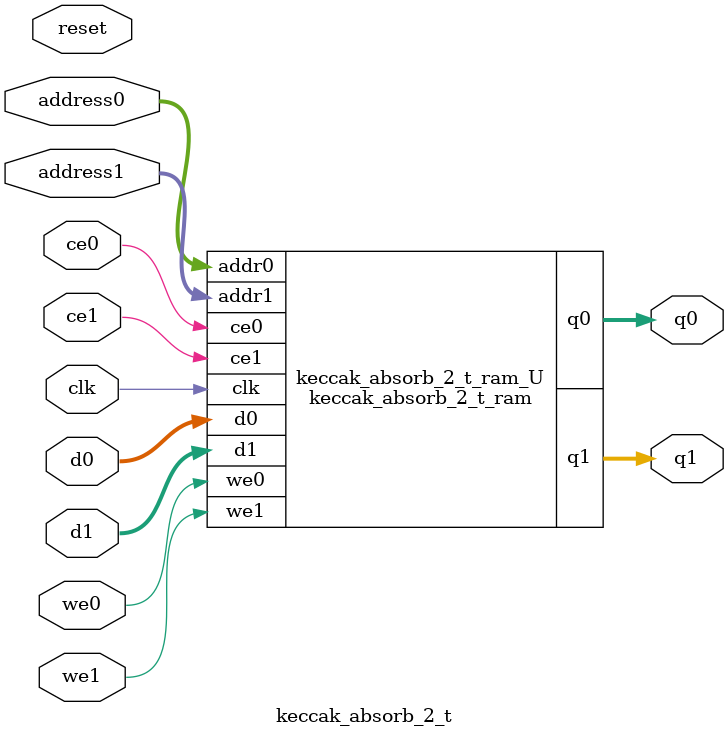
<source format=v>
`timescale 1 ns / 1 ps
module keccak_absorb_2_t_ram (addr0, ce0, d0, we0, q0, addr1, ce1, d1, we1, q1,  clk);

parameter DWIDTH = 8;
parameter AWIDTH = 3;
parameter MEM_SIZE = 8;

input[AWIDTH-1:0] addr0;
input ce0;
input[DWIDTH-1:0] d0;
input we0;
output reg[DWIDTH-1:0] q0;
input[AWIDTH-1:0] addr1;
input ce1;
input[DWIDTH-1:0] d1;
input we1;
output reg[DWIDTH-1:0] q1;
input clk;

(* ram_style = "block" *)reg [DWIDTH-1:0] ram[0:MEM_SIZE-1];




always @(posedge clk)  
begin 
    if (ce0) begin
        if (we0) 
            ram[addr0] <= d0; 
        q0 <= ram[addr0];
    end
end


always @(posedge clk)  
begin 
    if (ce1) begin
        if (we1) 
            ram[addr1] <= d1; 
        q1 <= ram[addr1];
    end
end


endmodule

`timescale 1 ns / 1 ps
module keccak_absorb_2_t(
    reset,
    clk,
    address0,
    ce0,
    we0,
    d0,
    q0,
    address1,
    ce1,
    we1,
    d1,
    q1);

parameter DataWidth = 32'd8;
parameter AddressRange = 32'd8;
parameter AddressWidth = 32'd3;
input reset;
input clk;
input[AddressWidth - 1:0] address0;
input ce0;
input we0;
input[DataWidth - 1:0] d0;
output[DataWidth - 1:0] q0;
input[AddressWidth - 1:0] address1;
input ce1;
input we1;
input[DataWidth - 1:0] d1;
output[DataWidth - 1:0] q1;



keccak_absorb_2_t_ram keccak_absorb_2_t_ram_U(
    .clk( clk ),
    .addr0( address0 ),
    .ce0( ce0 ),
    .we0( we0 ),
    .d0( d0 ),
    .q0( q0 ),
    .addr1( address1 ),
    .ce1( ce1 ),
    .we1( we1 ),
    .d1( d1 ),
    .q1( q1 ));

endmodule


</source>
